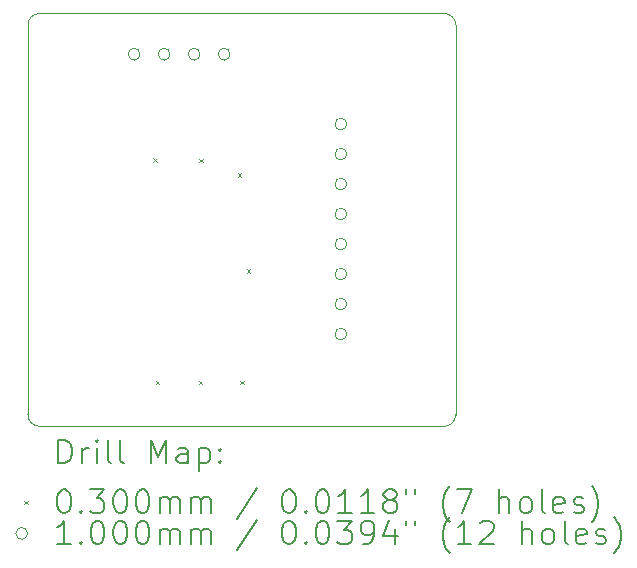
<source format=gbr>
%TF.GenerationSoftware,KiCad,Pcbnew,9.0.6*%
%TF.CreationDate,2026-01-26T18:49:13-03:00*%
%TF.ProjectId,evasion_sensor,65766173-696f-46e5-9f73-656e736f722e,rev?*%
%TF.SameCoordinates,Original*%
%TF.FileFunction,Drillmap*%
%TF.FilePolarity,Positive*%
%FSLAX45Y45*%
G04 Gerber Fmt 4.5, Leading zero omitted, Abs format (unit mm)*
G04 Created by KiCad (PCBNEW 9.0.6) date 2026-01-26 18:49:13*
%MOMM*%
%LPD*%
G01*
G04 APERTURE LIST*
%ADD10C,0.050000*%
%ADD11C,0.200000*%
%ADD12C,0.100000*%
G04 APERTURE END LIST*
D10*
X17763000Y-9034000D02*
G75*
G02*
X17663000Y-8934000I0J100000D01*
G01*
X21286000Y-5637000D02*
X21286000Y-8934000D01*
X17663000Y-8934000D02*
X17663000Y-5637000D01*
X17663000Y-5637000D02*
G75*
G02*
X17763000Y-5537000I100000J0D01*
G01*
X21186000Y-5537000D02*
G75*
G02*
X21286000Y-5637000I0J-100000D01*
G01*
X21186000Y-9034000D02*
X17763000Y-9034000D01*
X17763000Y-5537000D02*
X21186000Y-5537000D01*
X21286000Y-8934000D02*
G75*
G02*
X21186000Y-9034000I-100000J0D01*
G01*
D11*
D12*
X18726000Y-6762000D02*
X18756000Y-6792000D01*
X18756000Y-6762000D02*
X18726000Y-6792000D01*
X18745000Y-8646000D02*
X18775000Y-8676000D01*
X18775000Y-8646000D02*
X18745000Y-8676000D01*
X19111000Y-8646000D02*
X19141000Y-8676000D01*
X19141000Y-8646000D02*
X19111000Y-8676000D01*
X19112000Y-6766250D02*
X19142000Y-6796250D01*
X19142000Y-6766250D02*
X19112000Y-6796250D01*
X19438500Y-6891500D02*
X19468500Y-6921500D01*
X19468500Y-6891500D02*
X19438500Y-6921500D01*
X19460000Y-8646000D02*
X19490000Y-8676000D01*
X19490000Y-8646000D02*
X19460000Y-8676000D01*
X19517000Y-7702000D02*
X19547000Y-7732000D01*
X19547000Y-7702000D02*
X19517000Y-7732000D01*
X18613000Y-5883000D02*
G75*
G02*
X18513000Y-5883000I-50000J0D01*
G01*
X18513000Y-5883000D02*
G75*
G02*
X18613000Y-5883000I50000J0D01*
G01*
X18867000Y-5883000D02*
G75*
G02*
X18767000Y-5883000I-50000J0D01*
G01*
X18767000Y-5883000D02*
G75*
G02*
X18867000Y-5883000I50000J0D01*
G01*
X19121000Y-5883000D02*
G75*
G02*
X19021000Y-5883000I-50000J0D01*
G01*
X19021000Y-5883000D02*
G75*
G02*
X19121000Y-5883000I50000J0D01*
G01*
X19375000Y-5883000D02*
G75*
G02*
X19275000Y-5883000I-50000J0D01*
G01*
X19275000Y-5883000D02*
G75*
G02*
X19375000Y-5883000I50000J0D01*
G01*
X20363000Y-6474000D02*
G75*
G02*
X20263000Y-6474000I-50000J0D01*
G01*
X20263000Y-6474000D02*
G75*
G02*
X20363000Y-6474000I50000J0D01*
G01*
X20363000Y-6728000D02*
G75*
G02*
X20263000Y-6728000I-50000J0D01*
G01*
X20263000Y-6728000D02*
G75*
G02*
X20363000Y-6728000I50000J0D01*
G01*
X20363000Y-6982000D02*
G75*
G02*
X20263000Y-6982000I-50000J0D01*
G01*
X20263000Y-6982000D02*
G75*
G02*
X20363000Y-6982000I50000J0D01*
G01*
X20363000Y-7236000D02*
G75*
G02*
X20263000Y-7236000I-50000J0D01*
G01*
X20263000Y-7236000D02*
G75*
G02*
X20363000Y-7236000I50000J0D01*
G01*
X20363000Y-7490000D02*
G75*
G02*
X20263000Y-7490000I-50000J0D01*
G01*
X20263000Y-7490000D02*
G75*
G02*
X20363000Y-7490000I50000J0D01*
G01*
X20363000Y-7744000D02*
G75*
G02*
X20263000Y-7744000I-50000J0D01*
G01*
X20263000Y-7744000D02*
G75*
G02*
X20363000Y-7744000I50000J0D01*
G01*
X20363000Y-7998000D02*
G75*
G02*
X20263000Y-7998000I-50000J0D01*
G01*
X20263000Y-7998000D02*
G75*
G02*
X20363000Y-7998000I50000J0D01*
G01*
X20363000Y-8252000D02*
G75*
G02*
X20263000Y-8252000I-50000J0D01*
G01*
X20263000Y-8252000D02*
G75*
G02*
X20363000Y-8252000I50000J0D01*
G01*
D11*
X17921277Y-9347984D02*
X17921277Y-9147984D01*
X17921277Y-9147984D02*
X17968896Y-9147984D01*
X17968896Y-9147984D02*
X17997467Y-9157508D01*
X17997467Y-9157508D02*
X18016515Y-9176555D01*
X18016515Y-9176555D02*
X18026039Y-9195603D01*
X18026039Y-9195603D02*
X18035563Y-9233698D01*
X18035563Y-9233698D02*
X18035563Y-9262270D01*
X18035563Y-9262270D02*
X18026039Y-9300365D01*
X18026039Y-9300365D02*
X18016515Y-9319412D01*
X18016515Y-9319412D02*
X17997467Y-9338460D01*
X17997467Y-9338460D02*
X17968896Y-9347984D01*
X17968896Y-9347984D02*
X17921277Y-9347984D01*
X18121277Y-9347984D02*
X18121277Y-9214650D01*
X18121277Y-9252746D02*
X18130801Y-9233698D01*
X18130801Y-9233698D02*
X18140324Y-9224174D01*
X18140324Y-9224174D02*
X18159372Y-9214650D01*
X18159372Y-9214650D02*
X18178420Y-9214650D01*
X18245086Y-9347984D02*
X18245086Y-9214650D01*
X18245086Y-9147984D02*
X18235563Y-9157508D01*
X18235563Y-9157508D02*
X18245086Y-9167031D01*
X18245086Y-9167031D02*
X18254610Y-9157508D01*
X18254610Y-9157508D02*
X18245086Y-9147984D01*
X18245086Y-9147984D02*
X18245086Y-9167031D01*
X18368896Y-9347984D02*
X18349848Y-9338460D01*
X18349848Y-9338460D02*
X18340324Y-9319412D01*
X18340324Y-9319412D02*
X18340324Y-9147984D01*
X18473658Y-9347984D02*
X18454610Y-9338460D01*
X18454610Y-9338460D02*
X18445086Y-9319412D01*
X18445086Y-9319412D02*
X18445086Y-9147984D01*
X18702229Y-9347984D02*
X18702229Y-9147984D01*
X18702229Y-9147984D02*
X18768896Y-9290841D01*
X18768896Y-9290841D02*
X18835563Y-9147984D01*
X18835563Y-9147984D02*
X18835563Y-9347984D01*
X19016515Y-9347984D02*
X19016515Y-9243222D01*
X19016515Y-9243222D02*
X19006991Y-9224174D01*
X19006991Y-9224174D02*
X18987944Y-9214650D01*
X18987944Y-9214650D02*
X18949848Y-9214650D01*
X18949848Y-9214650D02*
X18930801Y-9224174D01*
X19016515Y-9338460D02*
X18997467Y-9347984D01*
X18997467Y-9347984D02*
X18949848Y-9347984D01*
X18949848Y-9347984D02*
X18930801Y-9338460D01*
X18930801Y-9338460D02*
X18921277Y-9319412D01*
X18921277Y-9319412D02*
X18921277Y-9300365D01*
X18921277Y-9300365D02*
X18930801Y-9281317D01*
X18930801Y-9281317D02*
X18949848Y-9271793D01*
X18949848Y-9271793D02*
X18997467Y-9271793D01*
X18997467Y-9271793D02*
X19016515Y-9262270D01*
X19111753Y-9214650D02*
X19111753Y-9414650D01*
X19111753Y-9224174D02*
X19130801Y-9214650D01*
X19130801Y-9214650D02*
X19168896Y-9214650D01*
X19168896Y-9214650D02*
X19187944Y-9224174D01*
X19187944Y-9224174D02*
X19197467Y-9233698D01*
X19197467Y-9233698D02*
X19206991Y-9252746D01*
X19206991Y-9252746D02*
X19206991Y-9309889D01*
X19206991Y-9309889D02*
X19197467Y-9328936D01*
X19197467Y-9328936D02*
X19187944Y-9338460D01*
X19187944Y-9338460D02*
X19168896Y-9347984D01*
X19168896Y-9347984D02*
X19130801Y-9347984D01*
X19130801Y-9347984D02*
X19111753Y-9338460D01*
X19292705Y-9328936D02*
X19302229Y-9338460D01*
X19302229Y-9338460D02*
X19292705Y-9347984D01*
X19292705Y-9347984D02*
X19283182Y-9338460D01*
X19283182Y-9338460D02*
X19292705Y-9328936D01*
X19292705Y-9328936D02*
X19292705Y-9347984D01*
X19292705Y-9224174D02*
X19302229Y-9233698D01*
X19302229Y-9233698D02*
X19292705Y-9243222D01*
X19292705Y-9243222D02*
X19283182Y-9233698D01*
X19283182Y-9233698D02*
X19292705Y-9224174D01*
X19292705Y-9224174D02*
X19292705Y-9243222D01*
D12*
X17630500Y-9661500D02*
X17660500Y-9691500D01*
X17660500Y-9661500D02*
X17630500Y-9691500D01*
D11*
X17959372Y-9567984D02*
X17978420Y-9567984D01*
X17978420Y-9567984D02*
X17997467Y-9577508D01*
X17997467Y-9577508D02*
X18006991Y-9587031D01*
X18006991Y-9587031D02*
X18016515Y-9606079D01*
X18016515Y-9606079D02*
X18026039Y-9644174D01*
X18026039Y-9644174D02*
X18026039Y-9691793D01*
X18026039Y-9691793D02*
X18016515Y-9729889D01*
X18016515Y-9729889D02*
X18006991Y-9748936D01*
X18006991Y-9748936D02*
X17997467Y-9758460D01*
X17997467Y-9758460D02*
X17978420Y-9767984D01*
X17978420Y-9767984D02*
X17959372Y-9767984D01*
X17959372Y-9767984D02*
X17940324Y-9758460D01*
X17940324Y-9758460D02*
X17930801Y-9748936D01*
X17930801Y-9748936D02*
X17921277Y-9729889D01*
X17921277Y-9729889D02*
X17911753Y-9691793D01*
X17911753Y-9691793D02*
X17911753Y-9644174D01*
X17911753Y-9644174D02*
X17921277Y-9606079D01*
X17921277Y-9606079D02*
X17930801Y-9587031D01*
X17930801Y-9587031D02*
X17940324Y-9577508D01*
X17940324Y-9577508D02*
X17959372Y-9567984D01*
X18111753Y-9748936D02*
X18121277Y-9758460D01*
X18121277Y-9758460D02*
X18111753Y-9767984D01*
X18111753Y-9767984D02*
X18102229Y-9758460D01*
X18102229Y-9758460D02*
X18111753Y-9748936D01*
X18111753Y-9748936D02*
X18111753Y-9767984D01*
X18187944Y-9567984D02*
X18311753Y-9567984D01*
X18311753Y-9567984D02*
X18245086Y-9644174D01*
X18245086Y-9644174D02*
X18273658Y-9644174D01*
X18273658Y-9644174D02*
X18292705Y-9653698D01*
X18292705Y-9653698D02*
X18302229Y-9663222D01*
X18302229Y-9663222D02*
X18311753Y-9682270D01*
X18311753Y-9682270D02*
X18311753Y-9729889D01*
X18311753Y-9729889D02*
X18302229Y-9748936D01*
X18302229Y-9748936D02*
X18292705Y-9758460D01*
X18292705Y-9758460D02*
X18273658Y-9767984D01*
X18273658Y-9767984D02*
X18216515Y-9767984D01*
X18216515Y-9767984D02*
X18197467Y-9758460D01*
X18197467Y-9758460D02*
X18187944Y-9748936D01*
X18435563Y-9567984D02*
X18454610Y-9567984D01*
X18454610Y-9567984D02*
X18473658Y-9577508D01*
X18473658Y-9577508D02*
X18483182Y-9587031D01*
X18483182Y-9587031D02*
X18492705Y-9606079D01*
X18492705Y-9606079D02*
X18502229Y-9644174D01*
X18502229Y-9644174D02*
X18502229Y-9691793D01*
X18502229Y-9691793D02*
X18492705Y-9729889D01*
X18492705Y-9729889D02*
X18483182Y-9748936D01*
X18483182Y-9748936D02*
X18473658Y-9758460D01*
X18473658Y-9758460D02*
X18454610Y-9767984D01*
X18454610Y-9767984D02*
X18435563Y-9767984D01*
X18435563Y-9767984D02*
X18416515Y-9758460D01*
X18416515Y-9758460D02*
X18406991Y-9748936D01*
X18406991Y-9748936D02*
X18397467Y-9729889D01*
X18397467Y-9729889D02*
X18387944Y-9691793D01*
X18387944Y-9691793D02*
X18387944Y-9644174D01*
X18387944Y-9644174D02*
X18397467Y-9606079D01*
X18397467Y-9606079D02*
X18406991Y-9587031D01*
X18406991Y-9587031D02*
X18416515Y-9577508D01*
X18416515Y-9577508D02*
X18435563Y-9567984D01*
X18626039Y-9567984D02*
X18645086Y-9567984D01*
X18645086Y-9567984D02*
X18664134Y-9577508D01*
X18664134Y-9577508D02*
X18673658Y-9587031D01*
X18673658Y-9587031D02*
X18683182Y-9606079D01*
X18683182Y-9606079D02*
X18692705Y-9644174D01*
X18692705Y-9644174D02*
X18692705Y-9691793D01*
X18692705Y-9691793D02*
X18683182Y-9729889D01*
X18683182Y-9729889D02*
X18673658Y-9748936D01*
X18673658Y-9748936D02*
X18664134Y-9758460D01*
X18664134Y-9758460D02*
X18645086Y-9767984D01*
X18645086Y-9767984D02*
X18626039Y-9767984D01*
X18626039Y-9767984D02*
X18606991Y-9758460D01*
X18606991Y-9758460D02*
X18597467Y-9748936D01*
X18597467Y-9748936D02*
X18587944Y-9729889D01*
X18587944Y-9729889D02*
X18578420Y-9691793D01*
X18578420Y-9691793D02*
X18578420Y-9644174D01*
X18578420Y-9644174D02*
X18587944Y-9606079D01*
X18587944Y-9606079D02*
X18597467Y-9587031D01*
X18597467Y-9587031D02*
X18606991Y-9577508D01*
X18606991Y-9577508D02*
X18626039Y-9567984D01*
X18778420Y-9767984D02*
X18778420Y-9634650D01*
X18778420Y-9653698D02*
X18787944Y-9644174D01*
X18787944Y-9644174D02*
X18806991Y-9634650D01*
X18806991Y-9634650D02*
X18835563Y-9634650D01*
X18835563Y-9634650D02*
X18854610Y-9644174D01*
X18854610Y-9644174D02*
X18864134Y-9663222D01*
X18864134Y-9663222D02*
X18864134Y-9767984D01*
X18864134Y-9663222D02*
X18873658Y-9644174D01*
X18873658Y-9644174D02*
X18892705Y-9634650D01*
X18892705Y-9634650D02*
X18921277Y-9634650D01*
X18921277Y-9634650D02*
X18940325Y-9644174D01*
X18940325Y-9644174D02*
X18949848Y-9663222D01*
X18949848Y-9663222D02*
X18949848Y-9767984D01*
X19045086Y-9767984D02*
X19045086Y-9634650D01*
X19045086Y-9653698D02*
X19054610Y-9644174D01*
X19054610Y-9644174D02*
X19073658Y-9634650D01*
X19073658Y-9634650D02*
X19102229Y-9634650D01*
X19102229Y-9634650D02*
X19121277Y-9644174D01*
X19121277Y-9644174D02*
X19130801Y-9663222D01*
X19130801Y-9663222D02*
X19130801Y-9767984D01*
X19130801Y-9663222D02*
X19140325Y-9644174D01*
X19140325Y-9644174D02*
X19159372Y-9634650D01*
X19159372Y-9634650D02*
X19187944Y-9634650D01*
X19187944Y-9634650D02*
X19206991Y-9644174D01*
X19206991Y-9644174D02*
X19216515Y-9663222D01*
X19216515Y-9663222D02*
X19216515Y-9767984D01*
X19606991Y-9558460D02*
X19435563Y-9815603D01*
X19864134Y-9567984D02*
X19883182Y-9567984D01*
X19883182Y-9567984D02*
X19902229Y-9577508D01*
X19902229Y-9577508D02*
X19911753Y-9587031D01*
X19911753Y-9587031D02*
X19921277Y-9606079D01*
X19921277Y-9606079D02*
X19930801Y-9644174D01*
X19930801Y-9644174D02*
X19930801Y-9691793D01*
X19930801Y-9691793D02*
X19921277Y-9729889D01*
X19921277Y-9729889D02*
X19911753Y-9748936D01*
X19911753Y-9748936D02*
X19902229Y-9758460D01*
X19902229Y-9758460D02*
X19883182Y-9767984D01*
X19883182Y-9767984D02*
X19864134Y-9767984D01*
X19864134Y-9767984D02*
X19845087Y-9758460D01*
X19845087Y-9758460D02*
X19835563Y-9748936D01*
X19835563Y-9748936D02*
X19826039Y-9729889D01*
X19826039Y-9729889D02*
X19816515Y-9691793D01*
X19816515Y-9691793D02*
X19816515Y-9644174D01*
X19816515Y-9644174D02*
X19826039Y-9606079D01*
X19826039Y-9606079D02*
X19835563Y-9587031D01*
X19835563Y-9587031D02*
X19845087Y-9577508D01*
X19845087Y-9577508D02*
X19864134Y-9567984D01*
X20016515Y-9748936D02*
X20026039Y-9758460D01*
X20026039Y-9758460D02*
X20016515Y-9767984D01*
X20016515Y-9767984D02*
X20006991Y-9758460D01*
X20006991Y-9758460D02*
X20016515Y-9748936D01*
X20016515Y-9748936D02*
X20016515Y-9767984D01*
X20149848Y-9567984D02*
X20168896Y-9567984D01*
X20168896Y-9567984D02*
X20187944Y-9577508D01*
X20187944Y-9577508D02*
X20197468Y-9587031D01*
X20197468Y-9587031D02*
X20206991Y-9606079D01*
X20206991Y-9606079D02*
X20216515Y-9644174D01*
X20216515Y-9644174D02*
X20216515Y-9691793D01*
X20216515Y-9691793D02*
X20206991Y-9729889D01*
X20206991Y-9729889D02*
X20197468Y-9748936D01*
X20197468Y-9748936D02*
X20187944Y-9758460D01*
X20187944Y-9758460D02*
X20168896Y-9767984D01*
X20168896Y-9767984D02*
X20149848Y-9767984D01*
X20149848Y-9767984D02*
X20130801Y-9758460D01*
X20130801Y-9758460D02*
X20121277Y-9748936D01*
X20121277Y-9748936D02*
X20111753Y-9729889D01*
X20111753Y-9729889D02*
X20102229Y-9691793D01*
X20102229Y-9691793D02*
X20102229Y-9644174D01*
X20102229Y-9644174D02*
X20111753Y-9606079D01*
X20111753Y-9606079D02*
X20121277Y-9587031D01*
X20121277Y-9587031D02*
X20130801Y-9577508D01*
X20130801Y-9577508D02*
X20149848Y-9567984D01*
X20406991Y-9767984D02*
X20292706Y-9767984D01*
X20349848Y-9767984D02*
X20349848Y-9567984D01*
X20349848Y-9567984D02*
X20330801Y-9596555D01*
X20330801Y-9596555D02*
X20311753Y-9615603D01*
X20311753Y-9615603D02*
X20292706Y-9625127D01*
X20597468Y-9767984D02*
X20483182Y-9767984D01*
X20540325Y-9767984D02*
X20540325Y-9567984D01*
X20540325Y-9567984D02*
X20521277Y-9596555D01*
X20521277Y-9596555D02*
X20502229Y-9615603D01*
X20502229Y-9615603D02*
X20483182Y-9625127D01*
X20711753Y-9653698D02*
X20692706Y-9644174D01*
X20692706Y-9644174D02*
X20683182Y-9634650D01*
X20683182Y-9634650D02*
X20673658Y-9615603D01*
X20673658Y-9615603D02*
X20673658Y-9606079D01*
X20673658Y-9606079D02*
X20683182Y-9587031D01*
X20683182Y-9587031D02*
X20692706Y-9577508D01*
X20692706Y-9577508D02*
X20711753Y-9567984D01*
X20711753Y-9567984D02*
X20749849Y-9567984D01*
X20749849Y-9567984D02*
X20768896Y-9577508D01*
X20768896Y-9577508D02*
X20778420Y-9587031D01*
X20778420Y-9587031D02*
X20787944Y-9606079D01*
X20787944Y-9606079D02*
X20787944Y-9615603D01*
X20787944Y-9615603D02*
X20778420Y-9634650D01*
X20778420Y-9634650D02*
X20768896Y-9644174D01*
X20768896Y-9644174D02*
X20749849Y-9653698D01*
X20749849Y-9653698D02*
X20711753Y-9653698D01*
X20711753Y-9653698D02*
X20692706Y-9663222D01*
X20692706Y-9663222D02*
X20683182Y-9672746D01*
X20683182Y-9672746D02*
X20673658Y-9691793D01*
X20673658Y-9691793D02*
X20673658Y-9729889D01*
X20673658Y-9729889D02*
X20683182Y-9748936D01*
X20683182Y-9748936D02*
X20692706Y-9758460D01*
X20692706Y-9758460D02*
X20711753Y-9767984D01*
X20711753Y-9767984D02*
X20749849Y-9767984D01*
X20749849Y-9767984D02*
X20768896Y-9758460D01*
X20768896Y-9758460D02*
X20778420Y-9748936D01*
X20778420Y-9748936D02*
X20787944Y-9729889D01*
X20787944Y-9729889D02*
X20787944Y-9691793D01*
X20787944Y-9691793D02*
X20778420Y-9672746D01*
X20778420Y-9672746D02*
X20768896Y-9663222D01*
X20768896Y-9663222D02*
X20749849Y-9653698D01*
X20864134Y-9567984D02*
X20864134Y-9606079D01*
X20940325Y-9567984D02*
X20940325Y-9606079D01*
X21235563Y-9844174D02*
X21226039Y-9834650D01*
X21226039Y-9834650D02*
X21206991Y-9806079D01*
X21206991Y-9806079D02*
X21197468Y-9787031D01*
X21197468Y-9787031D02*
X21187944Y-9758460D01*
X21187944Y-9758460D02*
X21178420Y-9710841D01*
X21178420Y-9710841D02*
X21178420Y-9672746D01*
X21178420Y-9672746D02*
X21187944Y-9625127D01*
X21187944Y-9625127D02*
X21197468Y-9596555D01*
X21197468Y-9596555D02*
X21206991Y-9577508D01*
X21206991Y-9577508D02*
X21226039Y-9548936D01*
X21226039Y-9548936D02*
X21235563Y-9539412D01*
X21292706Y-9567984D02*
X21426039Y-9567984D01*
X21426039Y-9567984D02*
X21340325Y-9767984D01*
X21654611Y-9767984D02*
X21654611Y-9567984D01*
X21740325Y-9767984D02*
X21740325Y-9663222D01*
X21740325Y-9663222D02*
X21730801Y-9644174D01*
X21730801Y-9644174D02*
X21711753Y-9634650D01*
X21711753Y-9634650D02*
X21683182Y-9634650D01*
X21683182Y-9634650D02*
X21664134Y-9644174D01*
X21664134Y-9644174D02*
X21654611Y-9653698D01*
X21864134Y-9767984D02*
X21845087Y-9758460D01*
X21845087Y-9758460D02*
X21835563Y-9748936D01*
X21835563Y-9748936D02*
X21826039Y-9729889D01*
X21826039Y-9729889D02*
X21826039Y-9672746D01*
X21826039Y-9672746D02*
X21835563Y-9653698D01*
X21835563Y-9653698D02*
X21845087Y-9644174D01*
X21845087Y-9644174D02*
X21864134Y-9634650D01*
X21864134Y-9634650D02*
X21892706Y-9634650D01*
X21892706Y-9634650D02*
X21911753Y-9644174D01*
X21911753Y-9644174D02*
X21921277Y-9653698D01*
X21921277Y-9653698D02*
X21930801Y-9672746D01*
X21930801Y-9672746D02*
X21930801Y-9729889D01*
X21930801Y-9729889D02*
X21921277Y-9748936D01*
X21921277Y-9748936D02*
X21911753Y-9758460D01*
X21911753Y-9758460D02*
X21892706Y-9767984D01*
X21892706Y-9767984D02*
X21864134Y-9767984D01*
X22045087Y-9767984D02*
X22026039Y-9758460D01*
X22026039Y-9758460D02*
X22016515Y-9739412D01*
X22016515Y-9739412D02*
X22016515Y-9567984D01*
X22197468Y-9758460D02*
X22178420Y-9767984D01*
X22178420Y-9767984D02*
X22140325Y-9767984D01*
X22140325Y-9767984D02*
X22121277Y-9758460D01*
X22121277Y-9758460D02*
X22111753Y-9739412D01*
X22111753Y-9739412D02*
X22111753Y-9663222D01*
X22111753Y-9663222D02*
X22121277Y-9644174D01*
X22121277Y-9644174D02*
X22140325Y-9634650D01*
X22140325Y-9634650D02*
X22178420Y-9634650D01*
X22178420Y-9634650D02*
X22197468Y-9644174D01*
X22197468Y-9644174D02*
X22206992Y-9663222D01*
X22206992Y-9663222D02*
X22206992Y-9682270D01*
X22206992Y-9682270D02*
X22111753Y-9701317D01*
X22283182Y-9758460D02*
X22302230Y-9767984D01*
X22302230Y-9767984D02*
X22340325Y-9767984D01*
X22340325Y-9767984D02*
X22359373Y-9758460D01*
X22359373Y-9758460D02*
X22368896Y-9739412D01*
X22368896Y-9739412D02*
X22368896Y-9729889D01*
X22368896Y-9729889D02*
X22359373Y-9710841D01*
X22359373Y-9710841D02*
X22340325Y-9701317D01*
X22340325Y-9701317D02*
X22311753Y-9701317D01*
X22311753Y-9701317D02*
X22292706Y-9691793D01*
X22292706Y-9691793D02*
X22283182Y-9672746D01*
X22283182Y-9672746D02*
X22283182Y-9663222D01*
X22283182Y-9663222D02*
X22292706Y-9644174D01*
X22292706Y-9644174D02*
X22311753Y-9634650D01*
X22311753Y-9634650D02*
X22340325Y-9634650D01*
X22340325Y-9634650D02*
X22359373Y-9644174D01*
X22435563Y-9844174D02*
X22445087Y-9834650D01*
X22445087Y-9834650D02*
X22464134Y-9806079D01*
X22464134Y-9806079D02*
X22473658Y-9787031D01*
X22473658Y-9787031D02*
X22483182Y-9758460D01*
X22483182Y-9758460D02*
X22492706Y-9710841D01*
X22492706Y-9710841D02*
X22492706Y-9672746D01*
X22492706Y-9672746D02*
X22483182Y-9625127D01*
X22483182Y-9625127D02*
X22473658Y-9596555D01*
X22473658Y-9596555D02*
X22464134Y-9577508D01*
X22464134Y-9577508D02*
X22445087Y-9548936D01*
X22445087Y-9548936D02*
X22435563Y-9539412D01*
D12*
X17660500Y-9940500D02*
G75*
G02*
X17560500Y-9940500I-50000J0D01*
G01*
X17560500Y-9940500D02*
G75*
G02*
X17660500Y-9940500I50000J0D01*
G01*
D11*
X18026039Y-10031984D02*
X17911753Y-10031984D01*
X17968896Y-10031984D02*
X17968896Y-9831984D01*
X17968896Y-9831984D02*
X17949848Y-9860555D01*
X17949848Y-9860555D02*
X17930801Y-9879603D01*
X17930801Y-9879603D02*
X17911753Y-9889127D01*
X18111753Y-10012936D02*
X18121277Y-10022460D01*
X18121277Y-10022460D02*
X18111753Y-10031984D01*
X18111753Y-10031984D02*
X18102229Y-10022460D01*
X18102229Y-10022460D02*
X18111753Y-10012936D01*
X18111753Y-10012936D02*
X18111753Y-10031984D01*
X18245086Y-9831984D02*
X18264134Y-9831984D01*
X18264134Y-9831984D02*
X18283182Y-9841508D01*
X18283182Y-9841508D02*
X18292705Y-9851031D01*
X18292705Y-9851031D02*
X18302229Y-9870079D01*
X18302229Y-9870079D02*
X18311753Y-9908174D01*
X18311753Y-9908174D02*
X18311753Y-9955793D01*
X18311753Y-9955793D02*
X18302229Y-9993889D01*
X18302229Y-9993889D02*
X18292705Y-10012936D01*
X18292705Y-10012936D02*
X18283182Y-10022460D01*
X18283182Y-10022460D02*
X18264134Y-10031984D01*
X18264134Y-10031984D02*
X18245086Y-10031984D01*
X18245086Y-10031984D02*
X18226039Y-10022460D01*
X18226039Y-10022460D02*
X18216515Y-10012936D01*
X18216515Y-10012936D02*
X18206991Y-9993889D01*
X18206991Y-9993889D02*
X18197467Y-9955793D01*
X18197467Y-9955793D02*
X18197467Y-9908174D01*
X18197467Y-9908174D02*
X18206991Y-9870079D01*
X18206991Y-9870079D02*
X18216515Y-9851031D01*
X18216515Y-9851031D02*
X18226039Y-9841508D01*
X18226039Y-9841508D02*
X18245086Y-9831984D01*
X18435563Y-9831984D02*
X18454610Y-9831984D01*
X18454610Y-9831984D02*
X18473658Y-9841508D01*
X18473658Y-9841508D02*
X18483182Y-9851031D01*
X18483182Y-9851031D02*
X18492705Y-9870079D01*
X18492705Y-9870079D02*
X18502229Y-9908174D01*
X18502229Y-9908174D02*
X18502229Y-9955793D01*
X18502229Y-9955793D02*
X18492705Y-9993889D01*
X18492705Y-9993889D02*
X18483182Y-10012936D01*
X18483182Y-10012936D02*
X18473658Y-10022460D01*
X18473658Y-10022460D02*
X18454610Y-10031984D01*
X18454610Y-10031984D02*
X18435563Y-10031984D01*
X18435563Y-10031984D02*
X18416515Y-10022460D01*
X18416515Y-10022460D02*
X18406991Y-10012936D01*
X18406991Y-10012936D02*
X18397467Y-9993889D01*
X18397467Y-9993889D02*
X18387944Y-9955793D01*
X18387944Y-9955793D02*
X18387944Y-9908174D01*
X18387944Y-9908174D02*
X18397467Y-9870079D01*
X18397467Y-9870079D02*
X18406991Y-9851031D01*
X18406991Y-9851031D02*
X18416515Y-9841508D01*
X18416515Y-9841508D02*
X18435563Y-9831984D01*
X18626039Y-9831984D02*
X18645086Y-9831984D01*
X18645086Y-9831984D02*
X18664134Y-9841508D01*
X18664134Y-9841508D02*
X18673658Y-9851031D01*
X18673658Y-9851031D02*
X18683182Y-9870079D01*
X18683182Y-9870079D02*
X18692705Y-9908174D01*
X18692705Y-9908174D02*
X18692705Y-9955793D01*
X18692705Y-9955793D02*
X18683182Y-9993889D01*
X18683182Y-9993889D02*
X18673658Y-10012936D01*
X18673658Y-10012936D02*
X18664134Y-10022460D01*
X18664134Y-10022460D02*
X18645086Y-10031984D01*
X18645086Y-10031984D02*
X18626039Y-10031984D01*
X18626039Y-10031984D02*
X18606991Y-10022460D01*
X18606991Y-10022460D02*
X18597467Y-10012936D01*
X18597467Y-10012936D02*
X18587944Y-9993889D01*
X18587944Y-9993889D02*
X18578420Y-9955793D01*
X18578420Y-9955793D02*
X18578420Y-9908174D01*
X18578420Y-9908174D02*
X18587944Y-9870079D01*
X18587944Y-9870079D02*
X18597467Y-9851031D01*
X18597467Y-9851031D02*
X18606991Y-9841508D01*
X18606991Y-9841508D02*
X18626039Y-9831984D01*
X18778420Y-10031984D02*
X18778420Y-9898650D01*
X18778420Y-9917698D02*
X18787944Y-9908174D01*
X18787944Y-9908174D02*
X18806991Y-9898650D01*
X18806991Y-9898650D02*
X18835563Y-9898650D01*
X18835563Y-9898650D02*
X18854610Y-9908174D01*
X18854610Y-9908174D02*
X18864134Y-9927222D01*
X18864134Y-9927222D02*
X18864134Y-10031984D01*
X18864134Y-9927222D02*
X18873658Y-9908174D01*
X18873658Y-9908174D02*
X18892705Y-9898650D01*
X18892705Y-9898650D02*
X18921277Y-9898650D01*
X18921277Y-9898650D02*
X18940325Y-9908174D01*
X18940325Y-9908174D02*
X18949848Y-9927222D01*
X18949848Y-9927222D02*
X18949848Y-10031984D01*
X19045086Y-10031984D02*
X19045086Y-9898650D01*
X19045086Y-9917698D02*
X19054610Y-9908174D01*
X19054610Y-9908174D02*
X19073658Y-9898650D01*
X19073658Y-9898650D02*
X19102229Y-9898650D01*
X19102229Y-9898650D02*
X19121277Y-9908174D01*
X19121277Y-9908174D02*
X19130801Y-9927222D01*
X19130801Y-9927222D02*
X19130801Y-10031984D01*
X19130801Y-9927222D02*
X19140325Y-9908174D01*
X19140325Y-9908174D02*
X19159372Y-9898650D01*
X19159372Y-9898650D02*
X19187944Y-9898650D01*
X19187944Y-9898650D02*
X19206991Y-9908174D01*
X19206991Y-9908174D02*
X19216515Y-9927222D01*
X19216515Y-9927222D02*
X19216515Y-10031984D01*
X19606991Y-9822460D02*
X19435563Y-10079603D01*
X19864134Y-9831984D02*
X19883182Y-9831984D01*
X19883182Y-9831984D02*
X19902229Y-9841508D01*
X19902229Y-9841508D02*
X19911753Y-9851031D01*
X19911753Y-9851031D02*
X19921277Y-9870079D01*
X19921277Y-9870079D02*
X19930801Y-9908174D01*
X19930801Y-9908174D02*
X19930801Y-9955793D01*
X19930801Y-9955793D02*
X19921277Y-9993889D01*
X19921277Y-9993889D02*
X19911753Y-10012936D01*
X19911753Y-10012936D02*
X19902229Y-10022460D01*
X19902229Y-10022460D02*
X19883182Y-10031984D01*
X19883182Y-10031984D02*
X19864134Y-10031984D01*
X19864134Y-10031984D02*
X19845087Y-10022460D01*
X19845087Y-10022460D02*
X19835563Y-10012936D01*
X19835563Y-10012936D02*
X19826039Y-9993889D01*
X19826039Y-9993889D02*
X19816515Y-9955793D01*
X19816515Y-9955793D02*
X19816515Y-9908174D01*
X19816515Y-9908174D02*
X19826039Y-9870079D01*
X19826039Y-9870079D02*
X19835563Y-9851031D01*
X19835563Y-9851031D02*
X19845087Y-9841508D01*
X19845087Y-9841508D02*
X19864134Y-9831984D01*
X20016515Y-10012936D02*
X20026039Y-10022460D01*
X20026039Y-10022460D02*
X20016515Y-10031984D01*
X20016515Y-10031984D02*
X20006991Y-10022460D01*
X20006991Y-10022460D02*
X20016515Y-10012936D01*
X20016515Y-10012936D02*
X20016515Y-10031984D01*
X20149848Y-9831984D02*
X20168896Y-9831984D01*
X20168896Y-9831984D02*
X20187944Y-9841508D01*
X20187944Y-9841508D02*
X20197468Y-9851031D01*
X20197468Y-9851031D02*
X20206991Y-9870079D01*
X20206991Y-9870079D02*
X20216515Y-9908174D01*
X20216515Y-9908174D02*
X20216515Y-9955793D01*
X20216515Y-9955793D02*
X20206991Y-9993889D01*
X20206991Y-9993889D02*
X20197468Y-10012936D01*
X20197468Y-10012936D02*
X20187944Y-10022460D01*
X20187944Y-10022460D02*
X20168896Y-10031984D01*
X20168896Y-10031984D02*
X20149848Y-10031984D01*
X20149848Y-10031984D02*
X20130801Y-10022460D01*
X20130801Y-10022460D02*
X20121277Y-10012936D01*
X20121277Y-10012936D02*
X20111753Y-9993889D01*
X20111753Y-9993889D02*
X20102229Y-9955793D01*
X20102229Y-9955793D02*
X20102229Y-9908174D01*
X20102229Y-9908174D02*
X20111753Y-9870079D01*
X20111753Y-9870079D02*
X20121277Y-9851031D01*
X20121277Y-9851031D02*
X20130801Y-9841508D01*
X20130801Y-9841508D02*
X20149848Y-9831984D01*
X20283182Y-9831984D02*
X20406991Y-9831984D01*
X20406991Y-9831984D02*
X20340325Y-9908174D01*
X20340325Y-9908174D02*
X20368896Y-9908174D01*
X20368896Y-9908174D02*
X20387944Y-9917698D01*
X20387944Y-9917698D02*
X20397468Y-9927222D01*
X20397468Y-9927222D02*
X20406991Y-9946270D01*
X20406991Y-9946270D02*
X20406991Y-9993889D01*
X20406991Y-9993889D02*
X20397468Y-10012936D01*
X20397468Y-10012936D02*
X20387944Y-10022460D01*
X20387944Y-10022460D02*
X20368896Y-10031984D01*
X20368896Y-10031984D02*
X20311753Y-10031984D01*
X20311753Y-10031984D02*
X20292706Y-10022460D01*
X20292706Y-10022460D02*
X20283182Y-10012936D01*
X20502229Y-10031984D02*
X20540325Y-10031984D01*
X20540325Y-10031984D02*
X20559372Y-10022460D01*
X20559372Y-10022460D02*
X20568896Y-10012936D01*
X20568896Y-10012936D02*
X20587944Y-9984365D01*
X20587944Y-9984365D02*
X20597468Y-9946270D01*
X20597468Y-9946270D02*
X20597468Y-9870079D01*
X20597468Y-9870079D02*
X20587944Y-9851031D01*
X20587944Y-9851031D02*
X20578420Y-9841508D01*
X20578420Y-9841508D02*
X20559372Y-9831984D01*
X20559372Y-9831984D02*
X20521277Y-9831984D01*
X20521277Y-9831984D02*
X20502229Y-9841508D01*
X20502229Y-9841508D02*
X20492706Y-9851031D01*
X20492706Y-9851031D02*
X20483182Y-9870079D01*
X20483182Y-9870079D02*
X20483182Y-9917698D01*
X20483182Y-9917698D02*
X20492706Y-9936746D01*
X20492706Y-9936746D02*
X20502229Y-9946270D01*
X20502229Y-9946270D02*
X20521277Y-9955793D01*
X20521277Y-9955793D02*
X20559372Y-9955793D01*
X20559372Y-9955793D02*
X20578420Y-9946270D01*
X20578420Y-9946270D02*
X20587944Y-9936746D01*
X20587944Y-9936746D02*
X20597468Y-9917698D01*
X20768896Y-9898650D02*
X20768896Y-10031984D01*
X20721277Y-9822460D02*
X20673658Y-9965317D01*
X20673658Y-9965317D02*
X20797468Y-9965317D01*
X20864134Y-9831984D02*
X20864134Y-9870079D01*
X20940325Y-9831984D02*
X20940325Y-9870079D01*
X21235563Y-10108174D02*
X21226039Y-10098650D01*
X21226039Y-10098650D02*
X21206991Y-10070079D01*
X21206991Y-10070079D02*
X21197468Y-10051031D01*
X21197468Y-10051031D02*
X21187944Y-10022460D01*
X21187944Y-10022460D02*
X21178420Y-9974841D01*
X21178420Y-9974841D02*
X21178420Y-9936746D01*
X21178420Y-9936746D02*
X21187944Y-9889127D01*
X21187944Y-9889127D02*
X21197468Y-9860555D01*
X21197468Y-9860555D02*
X21206991Y-9841508D01*
X21206991Y-9841508D02*
X21226039Y-9812936D01*
X21226039Y-9812936D02*
X21235563Y-9803412D01*
X21416515Y-10031984D02*
X21302230Y-10031984D01*
X21359372Y-10031984D02*
X21359372Y-9831984D01*
X21359372Y-9831984D02*
X21340325Y-9860555D01*
X21340325Y-9860555D02*
X21321277Y-9879603D01*
X21321277Y-9879603D02*
X21302230Y-9889127D01*
X21492706Y-9851031D02*
X21502230Y-9841508D01*
X21502230Y-9841508D02*
X21521277Y-9831984D01*
X21521277Y-9831984D02*
X21568896Y-9831984D01*
X21568896Y-9831984D02*
X21587944Y-9841508D01*
X21587944Y-9841508D02*
X21597468Y-9851031D01*
X21597468Y-9851031D02*
X21606991Y-9870079D01*
X21606991Y-9870079D02*
X21606991Y-9889127D01*
X21606991Y-9889127D02*
X21597468Y-9917698D01*
X21597468Y-9917698D02*
X21483182Y-10031984D01*
X21483182Y-10031984D02*
X21606991Y-10031984D01*
X21845087Y-10031984D02*
X21845087Y-9831984D01*
X21930801Y-10031984D02*
X21930801Y-9927222D01*
X21930801Y-9927222D02*
X21921277Y-9908174D01*
X21921277Y-9908174D02*
X21902230Y-9898650D01*
X21902230Y-9898650D02*
X21873658Y-9898650D01*
X21873658Y-9898650D02*
X21854611Y-9908174D01*
X21854611Y-9908174D02*
X21845087Y-9917698D01*
X22054611Y-10031984D02*
X22035563Y-10022460D01*
X22035563Y-10022460D02*
X22026039Y-10012936D01*
X22026039Y-10012936D02*
X22016515Y-9993889D01*
X22016515Y-9993889D02*
X22016515Y-9936746D01*
X22016515Y-9936746D02*
X22026039Y-9917698D01*
X22026039Y-9917698D02*
X22035563Y-9908174D01*
X22035563Y-9908174D02*
X22054611Y-9898650D01*
X22054611Y-9898650D02*
X22083182Y-9898650D01*
X22083182Y-9898650D02*
X22102230Y-9908174D01*
X22102230Y-9908174D02*
X22111753Y-9917698D01*
X22111753Y-9917698D02*
X22121277Y-9936746D01*
X22121277Y-9936746D02*
X22121277Y-9993889D01*
X22121277Y-9993889D02*
X22111753Y-10012936D01*
X22111753Y-10012936D02*
X22102230Y-10022460D01*
X22102230Y-10022460D02*
X22083182Y-10031984D01*
X22083182Y-10031984D02*
X22054611Y-10031984D01*
X22235563Y-10031984D02*
X22216515Y-10022460D01*
X22216515Y-10022460D02*
X22206992Y-10003412D01*
X22206992Y-10003412D02*
X22206992Y-9831984D01*
X22387944Y-10022460D02*
X22368896Y-10031984D01*
X22368896Y-10031984D02*
X22330801Y-10031984D01*
X22330801Y-10031984D02*
X22311753Y-10022460D01*
X22311753Y-10022460D02*
X22302230Y-10003412D01*
X22302230Y-10003412D02*
X22302230Y-9927222D01*
X22302230Y-9927222D02*
X22311753Y-9908174D01*
X22311753Y-9908174D02*
X22330801Y-9898650D01*
X22330801Y-9898650D02*
X22368896Y-9898650D01*
X22368896Y-9898650D02*
X22387944Y-9908174D01*
X22387944Y-9908174D02*
X22397468Y-9927222D01*
X22397468Y-9927222D02*
X22397468Y-9946270D01*
X22397468Y-9946270D02*
X22302230Y-9965317D01*
X22473658Y-10022460D02*
X22492706Y-10031984D01*
X22492706Y-10031984D02*
X22530801Y-10031984D01*
X22530801Y-10031984D02*
X22549849Y-10022460D01*
X22549849Y-10022460D02*
X22559372Y-10003412D01*
X22559372Y-10003412D02*
X22559372Y-9993889D01*
X22559372Y-9993889D02*
X22549849Y-9974841D01*
X22549849Y-9974841D02*
X22530801Y-9965317D01*
X22530801Y-9965317D02*
X22502230Y-9965317D01*
X22502230Y-9965317D02*
X22483182Y-9955793D01*
X22483182Y-9955793D02*
X22473658Y-9936746D01*
X22473658Y-9936746D02*
X22473658Y-9927222D01*
X22473658Y-9927222D02*
X22483182Y-9908174D01*
X22483182Y-9908174D02*
X22502230Y-9898650D01*
X22502230Y-9898650D02*
X22530801Y-9898650D01*
X22530801Y-9898650D02*
X22549849Y-9908174D01*
X22626039Y-10108174D02*
X22635563Y-10098650D01*
X22635563Y-10098650D02*
X22654611Y-10070079D01*
X22654611Y-10070079D02*
X22664134Y-10051031D01*
X22664134Y-10051031D02*
X22673658Y-10022460D01*
X22673658Y-10022460D02*
X22683182Y-9974841D01*
X22683182Y-9974841D02*
X22683182Y-9936746D01*
X22683182Y-9936746D02*
X22673658Y-9889127D01*
X22673658Y-9889127D02*
X22664134Y-9860555D01*
X22664134Y-9860555D02*
X22654611Y-9841508D01*
X22654611Y-9841508D02*
X22635563Y-9812936D01*
X22635563Y-9812936D02*
X22626039Y-9803412D01*
M02*

</source>
